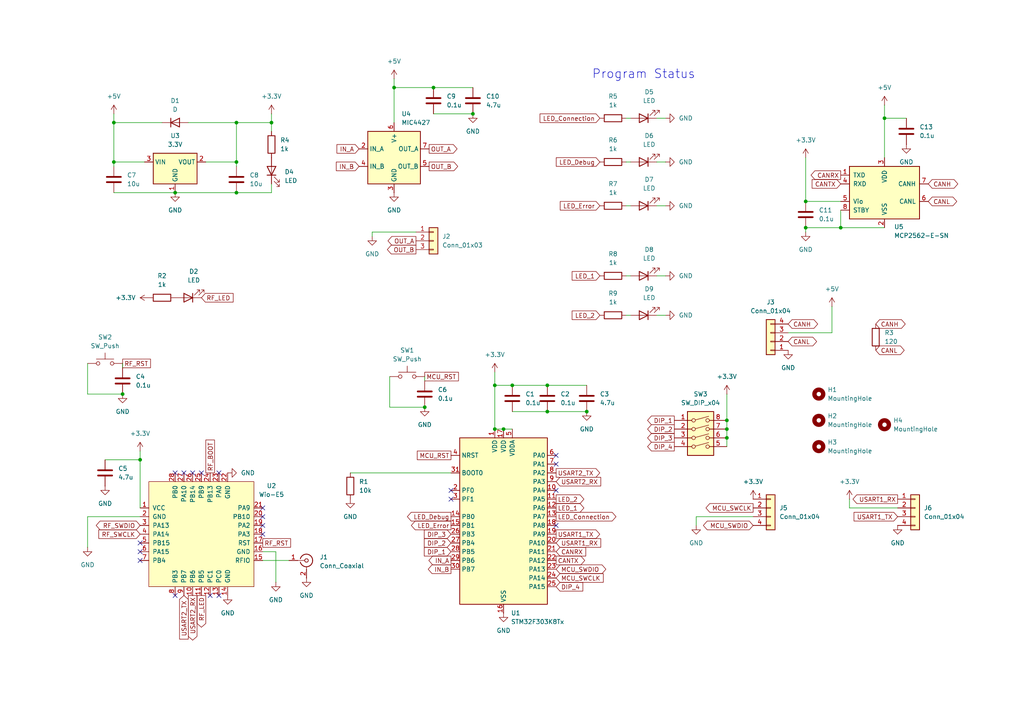
<source format=kicad_sch>
(kicad_sch (version 20250114) (generator "eeschema") (generator_version "9.0")
  (paper "A4")
  (lib_symbols
    (symbol "Connector:Conn_Coaxial" (pin_names (offset 1.016) (hide yes))
      (property "Reference" "J" (at 0.254 3.048 0))
      (property "Value" "Conn_Coaxial" (at 2.921 0 90))
      (symbol "Conn_Coaxial_0_1"
        (polyline (pts (xy -2.54 0) (xy -0.508 0)))
        (arc (start 1.778 0) (mid 0.222 -1.8079) (end -1.778 -0.508) (stroke (width 0.254)))
        (arc (start -1.778 0.508) (mid 0.2221 1.8084) (end 1.778 0) (stroke (width 0.254)))
        (circle (center 0 0) (radius 0.508) (stroke (width 0.2032)))
        (polyline (pts (xy 0 -2.54) (xy 0 -1.778)))
      )
      (symbol "Conn_Coaxial_1_1"
        (pin passive line (at -5.08 0 0) (length 2.54) (name "In") (number "1"))
        (pin passive line (at 0 -5.08 90) (length 2.54) (name "Ext") (number "2"))
      )
    )
    (symbol "Connector_Generic:Conn_01x03" (pin_names (offset 1.016) (hide yes))
      (property "Reference" "J" (at 0 5.08 0))
      (property "Value" "Conn_01x03" (at 0 -5.08 0))
      (symbol "Conn_01x03_1_1"
        (rectangle (start -1.27 3.81) (end 1.27 -3.81) (stroke (width 0.254)) (fill (type background)))
        (rectangle (start -1.27 2.667) (end 0 2.413) (stroke (width 0.1524)))
        (rectangle (start -1.27 0.127) (end 0 -0.127) (stroke (width 0.1524)))
        (rectangle (start -1.27 -2.413) (end 0 -2.667) (stroke (width 0.1524)))
        (pin passive line (at -5.08 2.54 0) (length 3.81) (name "Pin_1") (number "1"))
        (pin passive line (at -5.08 0 0) (length 3.81) (name "Pin_2") (number "2"))
        (pin passive line (at -5.08 -2.54 0) (length 3.81) (name "Pin_3") (number "3"))
      )
    )
    (symbol "Connector_Generic:Conn_01x04" (pin_names (offset 1.016) (hide yes))
      (property "Reference" "J" (at 0 5.08 0))
      (property "Value" "Conn_01x04" (at 0 -7.62 0))
      (symbol "Conn_01x04_1_1"
        (rectangle (start -1.27 3.81) (end 1.27 -6.35) (stroke (width 0.254)) (fill (type background)))
        (rectangle (start -1.27 2.667) (end 0 2.413) (stroke (width 0.1524)))
        (rectangle (start -1.27 0.127) (end 0 -0.127) (stroke (width 0.1524)))
        (rectangle (start -1.27 -2.413) (end 0 -2.667) (stroke (width 0.1524)))
        (rectangle (start -1.27 -4.953) (end 0 -5.207) (stroke (width 0.1524)))
        (pin passive line (at -5.08 2.54 0) (length 3.81) (name "Pin_1") (number "1"))
        (pin passive line (at -5.08 0 0) (length 3.81) (name "Pin_2") (number "2"))
        (pin passive line (at -5.08 -2.54 0) (length 3.81) (name "Pin_3") (number "3"))
        (pin passive line (at -5.08 -5.08 0) (length 3.81) (name "Pin_4") (number "4"))
      )
    )
    (symbol "Device:C" (pin_numbers (hide yes)) (pin_names (offset 0.254))
      (property "Reference" "C" (at 0.635 2.54 0))
      (property "Value" "C" (at 0.635 -2.54 0))
      (symbol "C_0_1"
        (polyline (pts (xy -2.032 0.762) (xy 2.032 0.762)) (stroke (width 0.508)))
        (polyline (pts (xy -2.032 -0.762) (xy 2.032 -0.762)) (stroke (width 0.508)))
      )
      (symbol "C_1_1"
        (pin passive line (at 0 3.81 270) (length 2.794) (name "~") (number "1"))
        (pin passive line (at 0 -3.81 90) (length 2.794) (name "~") (number "2"))
      )
    )
    (symbol "Device:D" (pin_numbers (hide yes)) (pin_names (offset 1.016) (hide yes))
      (property "Reference" "D" (at 0 2.54 0))
      (property "Value" "D" (at 0 -2.54 0))
      (symbol "D_0_1"
        (polyline (pts (xy -1.27 1.27) (xy -1.27 -1.27)) (stroke (width 0.254)))
        (polyline (pts (xy 1.27 1.27) (xy 1.27 -1.27) (xy -1.27 0) (xy 1.27 1.27)) (stroke (width 0.254)))
        (polyline (pts (xy 1.27 0) (xy -1.27 0)))
      )
      (symbol "D_1_1"
        (pin passive line (at -3.81 0 0) (length 2.54) (name "K") (number "1"))
        (pin passive line (at 3.81 0 180) (length 2.54) (name "A") (number "2"))
      )
    )
    (symbol "Device:LED" (pin_numbers (hide yes)) (pin_names (offset 1.016) (hide yes))
      (property "Reference" "D" (at 0 2.54 0))
      (property "Value" "LED" (at 0 -2.54 0))
      (symbol "LED_0_1"
        (polyline (pts (xy -3.048 -0.762) (xy -4.572 -2.286) (xy -3.81 -2.286) (xy -4.572 -2.286) (xy -4.572 -1.524)))
        (polyline (pts (xy -1.778 -0.762) (xy -3.302 -2.286) (xy -2.54 -2.286) (xy -3.302 -2.286) (xy -3.302 -1.524)))
        (polyline (pts (xy -1.27 0) (xy 1.27 0)))
        (polyline (pts (xy -1.27 -1.27) (xy -1.27 1.27)) (stroke (width 0.254)))
        (polyline (pts (xy 1.27 -1.27) (xy 1.27 1.27) (xy -1.27 0) (xy 1.27 -1.27)) (stroke (width 0.254)))
      )
      (symbol "LED_1_1"
        (pin passive line (at -3.81 0 0) (length 2.54) (name "K") (number "1"))
        (pin passive line (at 3.81 0 180) (length 2.54) (name "A") (number "2"))
      )
    )
    (symbol "Device:R" (pin_numbers (hide yes)) (pin_names (offset 0))
      (property "Reference" "R" (at 2.032 0 90))
      (property "Value" "R" (at 0 0 90))
      (symbol "R_0_1"
        (rectangle (start -1.016 -2.54) (end 1.016 2.54) (stroke (width 0.254)))
      )
      (symbol "R_1_1"
        (pin passive line (at 0 3.81 270) (length 1.27) (name "~") (number "1"))
        (pin passive line (at 0 -3.81 90) (length 1.27) (name "~") (number "2"))
      )
    )
    (symbol "Driver_FET:MIC4427"
      (property "Reference" "U" (at -7.62 8.89 0))
      (property "Value" "MIC4427" (at 1.27 8.89 0))
      (symbol "MIC4427_0_1"
        (rectangle (start -7.62 -7.62) (end 7.62 7.62) (stroke (width 0.254)) (fill (type background)))
      )
      (symbol "MIC4427_1_1"
        (pin input line (at -10.16 2.54 0) (length 2.54) (name "IN_A") (number "2"))
        (pin input line (at -10.16 -2.54 0) (length 2.54) (name "IN_B") (number "4"))
        (pin no_connect line (at -7.62 0 0) (length 2.54) (hide yes) (name "NC") (number "1"))
        (pin power_in line (at 0 10.16 270) (length 2.54) (name "V+") (number "6"))
        (pin power_in line (at 0 -10.16 90) (length 2.54) (name "GND") (number "3"))
        (pin no_connect line (at 7.62 0 180) (length 2.54) (hide yes) (name "NC") (number "8"))
        (pin output line (at 10.16 2.54 180) (length 2.54) (name "OUT_A") (number "7"))
        (pin output line (at 10.16 -2.54 180) (length 2.54) (name "OUT_B") (number "5"))
      )
    )
    (symbol "GN10_Parts:TPS1117LV33S"
      (property "Reference" "U" (at 0 6.096 0))
      (property "Value" "3.3V" (at 0 0 0))
      (symbol "TPS1117LV33S_1_1"
        (rectangle (start -6.35 5.08) (end 6.35 -3.81) (stroke (width 0.254)) (fill (type background)))
        (pin power_in line (at -8.89 2.54 0) (length 2.54) (name "VIN") (number "3"))
        (pin power_in line (at 0 -6.35 90) (length 2.54) (name "GND") (number "1"))
        (pin power_out line (at 8.89 2.54 180) (length 2.54) (name "VOUT") (number "2"))
      )
    )
    (symbol "Interface_CAN_LIN:MCP2562-E-SN" (pin_names (offset 1.016))
      (property "Reference" "U" (at -10.16 8.89 0))
      (property "Value" "MCP2562-E-SN" (at 2.54 8.89 0))
      (symbol "MCP2562-E-SN_0_1"
        (rectangle (start -10.16 7.62) (end 10.16 -7.62) (stroke (width 0.254)) (fill (type background)))
      )
      (symbol "MCP2562-E-SN_1_1"
        (pin input line (at -12.7 5.08 0) (length 2.54) (name "TXD") (number "1"))
        (pin output line (at -12.7 2.54 0) (length 2.54) (name "RXD") (number "4"))
        (pin power_in line (at -12.7 -2.54 0) (length 2.54) (name "Vio") (number "5"))
        (pin input line (at -12.7 -5.08 0) (length 2.54) (name "STBY") (number "8"))
        (pin power_in line (at 0 10.16 270) (length 2.54) (name "VDD") (number "3"))
        (pin power_in line (at 0 -10.16 90) (length 2.54) (name "VSS") (number "2"))
        (pin bidirectional line (at 12.7 2.54 180) (length 2.54) (name "CANH") (number "7"))
        (pin bidirectional line (at 12.7 -2.54 180) (length 2.54) (name "CANL") (number "6"))
      )
    )
    (symbol "LED_1" (pin_numbers (hide yes)) (pin_names (offset 1.016) (hide yes))
      (property "Reference" "D" (at 0 2.54 0))
      (property "Value" "LED" (at 0 -2.54 0))
      (symbol "LED_1_0_1"
        (polyline (pts (xy -3.048 -0.762) (xy -4.572 -2.286) (xy -3.81 -2.286) (xy -4.572 -2.286) (xy -4.572 -1.524)))
        (polyline (pts (xy -1.778 -0.762) (xy -3.302 -2.286) (xy -2.54 -2.286) (xy -3.302 -2.286) (xy -3.302 -1.524)))
        (polyline (pts (xy -1.27 0) (xy 1.27 0)))
        (polyline (pts (xy -1.27 -1.27) (xy -1.27 1.27)) (stroke (width 0.254)))
        (polyline (pts (xy 1.27 -1.27) (xy 1.27 1.27) (xy -1.27 0) (xy 1.27 -1.27)) (stroke (width 0.254)))
      )
      (symbol "LED_1_1_1"
        (pin passive line (at -3.81 0 0) (length 2.54) (name "K") (number "1"))
        (pin passive line (at 3.81 0 180) (length 2.54) (name "A") (number "2"))
      )
    )
    (symbol "LoRa-E5:LoRa-E5" (pin_names (offset 1.016))
      (property "Reference" "U" (at 0 0 0))
      (property "Value" "LoRa-E5" (at 0 2.54 0))
      (symbol "LoRa-E5_0_1"
        (rectangle (start -15.24 15.24) (end 15.24 -15.24) (fill (type background)))
      )
      (symbol "LoRa-E5_1_1"
        (pin input line (at -17.78 7.62 0) (length 2.54) (name "VCC") (number "1"))
        (pin input line (at -17.78 5.08 0) (length 2.54) (name "GND") (number "2"))
        (pin input line (at -17.78 2.54 0) (length 2.54) (name "PA13") (number "3"))
        (pin input line (at -17.78 0 0) (length 2.54) (name "PA14") (number "4"))
        (pin input line (at -17.78 -2.54 0) (length 2.54) (name "PB15") (number "5"))
        (pin input line (at -17.78 -5.08 0) (length 2.54) (name "PA15") (number "6"))
        (pin input line (at -17.78 -7.62 0) (length 2.54) (name "PB4") (number "7"))
        (pin input line (at -7.62 17.78 270) (length 2.54) (name "PB0") (number "28"))
        (pin input line (at -7.62 -17.78 90) (length 2.54) (name "PB3") (number "8"))
        (pin input line (at -5.08 17.78 270) (length 2.54) (name "PA10") (number "27"))
        (pin input line (at -5.08 -17.78 90) (length 2.54) (name "PB7") (number "9"))
        (pin input line (at -2.54 17.78 270) (length 2.54) (name "PB14") (number "26"))
        (pin input line (at -2.54 -17.78 90) (length 2.54) (name "PB6") (number "10"))
        (pin input line (at 0 17.78 270) (length 2.54) (name "PB9") (number "25"))
        (pin input line (at 0 -17.78 90) (length 2.54) (name "PB5") (number "11"))
        (pin input line (at 2.54 17.78 270) (length 2.54) (name "PB13~{}") (number "24"))
        (pin input line (at 2.54 -17.78 90) (length 2.54) (name "PC1") (number "12"))
        (pin input line (at 5.08 17.78 270) (length 2.54) (name "PA0") (number "23"))
        (pin input line (at 5.08 -17.78 90) (length 2.54) (name "PC0") (number "13"))
        (pin input line (at 7.62 17.78 270) (length 2.54) (name "GND") (number "22"))
        (pin input line (at 7.62 -17.78 90) (length 2.54) (name "GND") (number "14"))
        (pin input line (at 17.78 7.62 180) (length 2.54) (name "PA9") (number "21"))
        (pin input line (at 17.78 5.08 180) (length 2.54) (name "PB10") (number "20"))
        (pin input line (at 17.78 2.54 180) (length 2.54) (name "PA2") (number "19"))
        (pin input line (at 17.78 0 180) (length 2.54) (name "PA3") (number "18"))
        (pin input line (at 17.78 -2.54 180) (length 2.54) (name "RST") (number "17"))
        (pin input line (at 17.78 -5.08 180) (length 2.54) (name "GND") (number "16"))
        (pin input line (at 17.78 -7.62 180) (length 2.54) (name "RFIO") (number "15"))
      )
    )
    (symbol "MCU_ST_STM32F3:STM32F303K8Tx"
      (property "Reference" "U" (at -12.7 26.67 0))
      (property "Value" "STM32F303K8Tx" (at 5.08 26.67 0))
      (symbol "STM32F303K8Tx_0_1"
        (rectangle (start -12.7 -22.86) (end 12.7 25.4) (stroke (width 0.254)) (fill (type background)))
      )
      (symbol "STM32F303K8Tx_1_1"
        (pin input line (at -15.24 20.32 0) (length 2.54) (name "NRST") (number "4"))
        (pin input line (at -15.24 15.24 0) (length 2.54) (name "BOOT0") (number "31"))
        (pin bidirectional line (at -15.24 10.16 0) (length 2.54) (name "PF0") (number "2"))
        (pin bidirectional line (at -15.24 7.62 0) (length 2.54) (name "PF1") (number "3"))
        (pin bidirectional line (at -15.24 2.54 0) (length 2.54) (name "PB0") (number "14"))
        (pin bidirectional line (at -15.24 0 0) (length 2.54) (name "PB1") (number "15"))
        (pin bidirectional line (at -15.24 -2.54 0) (length 2.54) (name "PB3") (number "26"))
        (pin bidirectional line (at -15.24 -5.08 0) (length 2.54) (name "PB4") (number "27"))
        (pin bidirectional line (at -15.24 -7.62 0) (length 2.54) (name "PB5") (number "28"))
        (pin bidirectional line (at -15.24 -10.16 0) (length 2.54) (name "PB6") (number "29"))
        (pin bidirectional line (at -15.24 -12.7 0) (length 2.54) (name "PB7") (number "30"))
        (pin power_in line (at -2.54 27.94 270) (length 2.54) (name "VDD") (number "1"))
        (pin power_in line (at 0 27.94 270) (length 2.54) (name "VDD") (number "17"))
        (pin power_in line (at 0 -25.4 90) (length 2.54) (name "VSS") (number "16"))
        (pin passive line (at 0 -25.4 90) (length 2.54) (hide yes) (name "VSS") (number "32"))
        (pin power_in line (at 2.54 27.94 270) (length 2.54) (name "VDDA") (number "5"))
        (pin bidirectional line (at 15.24 20.32 180) (length 2.54) (name "PA0") (number "6"))
        (pin bidirectional line (at 15.24 17.78 180) (length 2.54) (name "PA1") (number "7"))
        (pin bidirectional line (at 15.24 15.24 180) (length 2.54) (name "PA2") (number "8"))
        (pin bidirectional line (at 15.24 12.7 180) (length 2.54) (name "PA3") (number "9"))
        (pin bidirectional line (at 15.24 10.16 180) (length 2.54) (name "PA4") (number "10"))
        (pin bidirectional line (at 15.24 7.62 180) (length 2.54) (name "PA5") (number "11"))
        (pin bidirectional line (at 15.24 5.08 180) (length 2.54) (name "PA6") (number "12"))
        (pin bidirectional line (at 15.24 2.54 180) (length 2.54) (name "PA7") (number "13"))
        (pin bidirectional line (at 15.24 0 180) (length 2.54) (name "PA8") (number "18"))
        (pin bidirectional line (at 15.24 -2.54 180) (length 2.54) (name "PA9") (number "19"))
        (pin bidirectional line (at 15.24 -5.08 180) (length 2.54) (name "PA10") (number "20"))
        (pin bidirectional line (at 15.24 -7.62 180) (length 2.54) (name "PA11") (number "21"))
        (pin bidirectional line (at 15.24 -10.16 180) (length 2.54) (name "PA12") (number "22"))
        (pin bidirectional line (at 15.24 -12.7 180) (length 2.54) (name "PA13") (number "23"))
        (pin bidirectional line (at 15.24 -15.24 180) (length 2.54) (name "PA14") (number "24"))
        (pin bidirectional line (at 15.24 -17.78 180) (length 2.54) (name "PA15") (number "25"))
      )
    )
    (symbol "Mechanical:MountingHole" (pin_names (offset 1.016)) (exclude_from_sim yes) (in_bom no)
      (property "Reference" "H" (at 0 5.08 0))
      (property "Value" "MountingHole" (at 0 3.175 0))
      (symbol "MountingHole_0_1"
        (circle (center 0 0) (radius 1.27) (stroke (width 1.27)))
      )
    )
    (symbol "Switch:SW_DIP_x04" (pin_names (offset 0) (hide yes))
      (property "Reference" "SW" (at 0 8.89 0))
      (property "Value" "SW_DIP_x04" (at 0 -6.35 0))
      (symbol "SW_DIP_x04_0_0"
        (circle (center -2.032 5.08) (radius 0.508))
        (circle (center -2.032 2.54) (radius 0.508))
        (circle (center -2.032 0) (radius 0.508))
        (circle (center -2.032 -2.54) (radius 0.508))
        (polyline (pts (xy -1.524 5.207) (xy 2.3622 6.2484)))
        (polyline (pts (xy -1.524 2.667) (xy 2.3622 3.7084)))
        (polyline (pts (xy -1.524 0.127) (xy 2.3622 1.1684)))
        (polyline (pts (xy -1.524 -2.3876) (xy 2.3622 -1.3462)))
        (circle (center 2.032 5.08) (radius 0.508))
        (circle (center 2.032 2.54) (radius 0.508))
        (circle (center 2.032 0) (radius 0.508))
        (circle (center 2.032 -2.54) (radius 0.508))
      )
      (symbol "SW_DIP_x04_0_1"
        (rectangle (start -3.81 7.62) (end 3.81 -5.08) (stroke (width 0.254)) (fill (type background)))
      )
      (symbol "SW_DIP_x04_1_1"
        (pin passive line (at -7.62 5.08 0) (length 5.08) (name "~") (number "1"))
        (pin passive line (at -7.62 2.54 0) (length 5.08) (name "~") (number "2"))
        (pin passive line (at -7.62 0 0) (length 5.08) (name "~") (number "3"))
        (pin passive line (at -7.62 -2.54 0) (length 5.08) (name "~") (number "4"))
        (pin passive line (at 7.62 5.08 180) (length 5.08) (name "~") (number "8"))
        (pin passive line (at 7.62 2.54 180) (length 5.08) (name "~") (number "7"))
        (pin passive line (at 7.62 0 180) (length 5.08) (name "~") (number "6"))
        (pin passive line (at 7.62 -2.54 180) (length 5.08) (name "~") (number "5"))
      )
    )
    (symbol "Switch:SW_Push" (pin_numbers (hide yes)) (pin_names (offset 1.016) (hide yes))
      (property "Reference" "SW" (at 1.27 2.54 0))
      (property "Value" "SW_Push" (at 0 -1.524 0))
      (symbol "SW_Push_0_1"
        (circle (center -2.032 0) (radius 0.508))
        (polyline (pts (xy 0 1.27) (xy 0 3.048)))
        (circle (center 2.032 0) (radius 0.508))
        (polyline (pts (xy 2.54 1.27) (xy -2.54 1.27)))
        (pin passive line (at -5.08 0 0) (length 2.54) (name "1") (number "1"))
        (pin passive line (at 5.08 0 180) (length 2.54) (name "2") (number "2"))
      )
    )
    (symbol "power:+3.3V" (power) (pin_numbers (hide yes)) (pin_names (offset 0) (hide yes))
      (property "Value" "+3.3V" (at 0 3.556 0))
      (symbol "+3.3V_0_1"
        (polyline (pts (xy -0.762 1.27) (xy 0 2.54)))
        (polyline (pts (xy 0 2.54) (xy 0.762 1.27)))
        (polyline (pts (xy 0 0) (xy 0 2.54)))
      )
      (symbol "+3.3V_1_1"
        (pin power_in line (at 0 0 90) (length 0) (name "~") (number "1"))
      )
    )
    (symbol "power:+5V" (power) (pin_numbers (hide yes)) (pin_names (offset 0) (hide yes))
      (property "Value" "+5V" (at 0 3.556 0))
      (symbol "+5V_0_1"
        (polyline (pts (xy -0.762 1.27) (xy 0 2.54)))
        (polyline (pts (xy 0 2.54) (xy 0.762 1.27)))
        (polyline (pts (xy 0 0) (xy 0 2.54)))
      )
      (symbol "+5V_1_1"
        (pin power_in line (at 0 0 90) (length 0) (name "~") (number "1"))
      )
    )
    (symbol "power:GND" (power) (pin_numbers (hide yes)) (pin_names (offset 0) (hide yes))
      (property "Value" "GND" (at 0 -3.81 0))
      (symbol "GND_0_1"
        (polyline (pts (xy 0 0) (xy 0 -1.27) (xy 1.27 -1.27) (xy 0 -2.54) (xy -1.27 -1.27) (xy 0 -1.27)))
      )
      (symbol "GND_1_1"
        (pin power_in line (at 0 0 270) (length 0) (name "~") (number "1"))
      )
    )
  )
  (text "Program Status" (at 186.69 21.59 0) (effects (font (size 2.54 2.54))))
  (junction (at 114.3 25.4))
  (junction (at 33.02 46.99))
  (junction (at 68.58 46.99))
  (junction (at 233.68 66.04))
  (junction (at 146.05 124.46))
  (junction (at 125.73 25.4))
  (junction (at 123.19 118.11))
  (junction (at 210.82 121.92))
  (junction (at 210.82 127))
  (junction (at 68.58 35.56))
  (junction (at 158.75 119.38))
  (junction (at 158.75 111.76))
  (junction (at 233.68 58.42))
  (junction (at 143.51 124.46))
  (junction (at 170.18 119.38))
  (junction (at 256.54 34.29))
  (junction (at 137.16 33.02))
  (junction (at 143.51 111.76))
  (junction (at 148.59 111.76))
  (junction (at 210.82 124.46))
  (junction (at 35.56 114.3))
  (junction (at 33.02 35.56))
  (junction (at 78.74 35.56))
  (junction (at 243.84 66.04))
  (junction (at 50.8 55.88))
  (junction (at 40.64 133.35))
  (junction (at 68.58 55.88))
  (no_connect (at 53.34 137.16))
  (no_connect (at 76.2 154.94))
  (no_connect (at 63.5 172.72))
  (no_connect (at 55.88 137.16))
  (no_connect (at 63.5 137.16))
  (no_connect (at 40.64 162.56))
  (no_connect (at 58.42 137.16))
  (no_connect (at 76.2 149.86))
  (no_connect (at 130.81 142.24))
  (no_connect (at 50.8 172.72))
  (no_connect (at 76.2 152.4))
  (no_connect (at 40.64 157.48))
  (no_connect (at 40.64 160.02))
  (no_connect (at 76.2 147.32))
  (no_connect (at 161.29 134.62))
  (no_connect (at 60.96 172.72))
  (no_connect (at 50.8 137.16))
  (no_connect (at 130.81 144.78))
  (no_connect (at 161.29 132.08))
  (no_connect (at 161.29 142.24))
  (no_connect (at 161.29 152.4))
  (wire (pts (xy 78.74 53.34) (xy 78.74 55.88)))
  (wire (pts (xy 35.56 106.68) (xy 35.56 105.41)))
  (wire (pts (xy 25.4 149.86) (xy 40.64 149.86)))
  (wire (pts (xy 256.54 34.29) (xy 262.89 34.29)))
  (wire (pts (xy 181.61 91.44) (xy 182.88 91.44)))
  (wire (pts (xy 256.54 30.48) (xy 256.54 34.29)))
  (wire (pts (xy 210.82 114.3) (xy 210.82 121.92)))
  (wire (pts (xy 78.74 35.56) (xy 68.58 35.56)))
  (wire (pts (xy 158.75 119.38) (xy 170.18 119.38)))
  (wire (pts (xy 218.44 149.86) (xy 201.93 149.86)))
  (wire (pts (xy 76.2 162.56) (xy 83.82 162.56)))
  (wire (pts (xy 233.68 45.72) (xy 233.68 58.42)))
  (wire (pts (xy 68.58 35.56) (xy 68.58 46.99)))
  (wire (pts (xy 25.4 105.41) (xy 25.4 114.3)))
  (wire (pts (xy 114.3 22.86) (xy 114.3 25.4)))
  (wire (pts (xy 181.61 46.99) (xy 182.88 46.99)))
  (wire (pts (xy 190.5 34.29) (xy 193.04 34.29)))
  (wire (pts (xy 123.19 110.49) (xy 123.19 109.22)))
  (wire (pts (xy 243.84 66.04) (xy 256.54 66.04)))
  (wire (pts (xy 33.02 33.02) (xy 33.02 35.56)))
  (wire (pts (xy 101.6 137.16) (xy 130.81 137.16)))
  (wire (pts (xy 33.02 35.56) (xy 33.02 46.99)))
  (wire (pts (xy 148.59 111.76) (xy 143.51 111.76)))
  (wire (pts (xy 59.69 46.99) (xy 68.58 46.99)))
  (wire (pts (xy 210.82 124.46) (xy 210.82 127)))
  (wire (pts (xy 143.51 111.76) (xy 143.51 124.46)))
  (wire (pts (xy 181.61 80.01) (xy 182.88 80.01)))
  (wire (pts (xy 25.4 114.3) (xy 35.56 114.3)))
  (wire (pts (xy 256.54 34.29) (xy 256.54 45.72)))
  (wire (pts (xy 80.01 160.02) (xy 76.2 160.02)))
  (wire (pts (xy 233.68 66.04) (xy 243.84 66.04)))
  (wire (pts (xy 246.38 147.32) (xy 260.35 147.32)))
  (wire (pts (xy 78.74 55.88) (xy 68.58 55.88)))
  (wire (pts (xy 125.73 33.02) (xy 137.16 33.02)))
  (wire (pts (xy 201.93 149.86) (xy 201.93 152.4)))
  (wire (pts (xy 25.4 158.75) (xy 25.4 149.86)))
  (wire (pts (xy 50.8 55.88) (xy 68.58 55.88)))
  (wire (pts (xy 143.51 107.95) (xy 143.51 111.76)))
  (wire (pts (xy 158.75 111.76) (xy 148.59 111.76)))
  (wire (pts (xy 158.75 111.76) (xy 170.18 111.76)))
  (wire (pts (xy 190.5 80.01) (xy 193.04 80.01)))
  (wire (pts (xy 243.84 60.96) (xy 243.84 66.04)))
  (wire (pts (xy 210.82 127) (xy 210.82 129.54)))
  (wire (pts (xy 78.74 38.1) (xy 78.74 35.56)))
  (wire (pts (xy 40.64 130.81) (xy 40.64 133.35)))
  (wire (pts (xy 78.74 33.02) (xy 78.74 35.56)))
  (wire (pts (xy 246.38 144.78) (xy 246.38 147.32)))
  (wire (pts (xy 146.05 124.46) (xy 148.59 124.46)))
  (wire (pts (xy 114.3 25.4) (xy 125.73 25.4)))
  (wire (pts (xy 190.5 59.69) (xy 193.04 59.69)))
  (wire (pts (xy 148.59 119.38) (xy 158.75 119.38)))
  (wire (pts (xy 137.16 25.4) (xy 125.73 25.4)))
  (wire (pts (xy 33.02 55.88) (xy 50.8 55.88)))
  (wire (pts (xy 114.3 25.4) (xy 114.3 35.56)))
  (wire (pts (xy 113.03 109.22) (xy 113.03 118.11)))
  (wire (pts (xy 233.68 66.04) (xy 233.68 67.31)))
  (wire (pts (xy 113.03 118.11) (xy 123.19 118.11)))
  (wire (pts (xy 241.3 96.52) (xy 228.6 96.52)))
  (wire (pts (xy 68.58 46.99) (xy 68.58 48.26)))
  (wire (pts (xy 241.3 88.9) (xy 241.3 96.52)))
  (wire (pts (xy 210.82 121.92) (xy 210.82 124.46)))
  (wire (pts (xy 190.5 91.44) (xy 193.04 91.44)))
  (wire (pts (xy 54.61 35.56) (xy 68.58 35.56)))
  (wire (pts (xy 143.51 124.46) (xy 146.05 124.46)))
  (wire (pts (xy 33.02 46.99) (xy 33.02 48.26)))
  (wire (pts (xy 190.5 46.99) (xy 193.04 46.99)))
  (wire (pts (xy 30.48 133.35) (xy 40.64 133.35)))
  (wire (pts (xy 233.68 58.42) (xy 243.84 58.42)))
  (wire (pts (xy 33.02 35.56) (xy 46.99 35.56)))
  (wire (pts (xy 80.01 160.02) (xy 80.01 168.91)))
  (wire (pts (xy 107.95 67.31) (xy 120.65 67.31)))
  (wire (pts (xy 181.61 59.69) (xy 182.88 59.69)))
  (wire (pts (xy 107.95 68.58) (xy 107.95 67.31)))
  (wire (pts (xy 40.64 133.35) (xy 40.64 147.32)))
  (wire (pts (xy 181.61 34.29) (xy 182.88 34.29)))
  (wire (pts (xy 33.02 46.99) (xy 41.91 46.99)))
  (global_label "OUT_A" (shape output) (at 124.46 43.18 0) (property "Intersheetrefs" "${INTERSHEET_REFS}" (effects (hide yes))))
  (global_label "CANRX" (shape output) (at 243.84 50.8 180) (property "Intersheetrefs" "${INTERSHEET_REFS}" (effects (hide yes))))
  (global_label "CANTX" (shape output) (at 161.29 162.56 0) (property "Intersheetrefs" "${INTERSHEET_REFS}" (effects (hide yes))))
  (global_label "CANH" (shape bidirectional) (at 228.6 93.98 0) (property "Intersheetrefs" "${INTERSHEET_REFS}" (effects (hide yes))))
  (global_label "CANH" (shape bidirectional) (at 254 93.98 0) (property "Intersheetrefs" "${INTERSHEET_REFS}" (effects (hide yes))))
  (global_label "IN_A" (shape input) (at 104.14 43.18 180) (property "Intersheetrefs" "${INTERSHEET_REFS}" (effects (hide yes))))
  (global_label "LED_Error" (shape output) (at 130.81 152.4 180) (property "Intersheetrefs" "${INTERSHEET_REFS}" (effects (hide yes))))
  (global_label "CANL" (shape bidirectional) (at 228.6 99.06 0) (property "Intersheetrefs" "${INTERSHEET_REFS}" (effects (hide yes))))
  (global_label "LED_Connection" (shape output) (at 161.29 149.86 0) (property "Intersheetrefs" "${INTERSHEET_REFS}" (effects (hide yes))))
  (global_label "RF_RST" (shape passive) (at 35.56 105.41 0) (property "Intersheetrefs" "${INTERSHEET_REFS}" (effects (hide yes))))
  (global_label "RF_BOOT" (shape passive) (at 60.96 137.16 90) (property "Intersheetrefs" "${INTERSHEET_REFS}" (effects (hide yes))))
  (global_label "CANTX" (shape input) (at 243.84 53.34 180) (property "Intersheetrefs" "${INTERSHEET_REFS}" (effects (hide yes))))
  (global_label "IN_A" (shape output) (at 130.81 162.56 180) (property "Intersheetrefs" "${INTERSHEET_REFS}" (effects (hide yes))))
  (global_label "MCU_SWDIO" (shape bidirectional) (at 161.29 165.1 0) (property "Intersheetrefs" "${INTERSHEET_REFS}" (effects (hide yes))))
  (global_label "RF_LED" (shape output) (at 58.42 172.72 270) (property "Intersheetrefs" "${INTERSHEET_REFS}" (effects (hide yes))))
  (global_label "LED_Debug" (shape output) (at 130.81 149.86 180) (property "Intersheetrefs" "${INTERSHEET_REFS}" (effects (hide yes))))
  (global_label "CANL" (shape bidirectional) (at 254 101.6 0) (property "Intersheetrefs" "${INTERSHEET_REFS}" (effects (hide yes))))
  (global_label "USART1_RX" (shape output) (at 260.35 144.78 180) (property "Intersheetrefs" "${INTERSHEET_REFS}" (effects (hide yes))))
  (global_label "USART2_RX" (shape output) (at 55.88 172.72 270) (property "Intersheetrefs" "${INTERSHEET_REFS}" (effects (hide yes))))
  (global_label "DIP_2" (shape output) (at 195.58 124.46 180) (property "Intersheetrefs" "${INTERSHEET_REFS}" (effects (hide yes))))
  (global_label "CANL" (shape bidirectional) (at 269.24 58.42 0) (property "Intersheetrefs" "${INTERSHEET_REFS}" (effects (hide yes))))
  (global_label "OUT_A" (shape output) (at 120.65 69.85 180) (property "Intersheetrefs" "${INTERSHEET_REFS}" (effects (hide yes))))
  (global_label "DIP_4" (shape input) (at 161.29 170.18 0) (property "Intersheetrefs" "${INTERSHEET_REFS}" (effects (hide yes))))
  (global_label "USART1_RX" (shape input) (at 161.29 157.48 0) (property "Intersheetrefs" "${INTERSHEET_REFS}" (effects (hide yes))))
  (global_label "CANH" (shape bidirectional) (at 269.24 53.34 0) (property "Intersheetrefs" "${INTERSHEET_REFS}" (effects (hide yes))))
  (global_label "USART1_TX" (shape output) (at 161.29 154.94 0) (property "Intersheetrefs" "${INTERSHEET_REFS}" (effects (hide yes))))
  (global_label "IN_B" (shape input) (at 104.14 48.26 180) (property "Intersheetrefs" "${INTERSHEET_REFS}" (effects (hide yes))))
  (global_label "LED_2" (shape input) (at 173.99 91.44 180) (property "Intersheetrefs" "${INTERSHEET_REFS}" (effects (hide yes))))
  (global_label "MCU_RST" (shape passive) (at 123.19 109.22 0) (property "Intersheetrefs" "${INTERSHEET_REFS}" (effects (hide yes))))
  (global_label "CANRX" (shape input) (at 161.29 160.02 0) (property "Intersheetrefs" "${INTERSHEET_REFS}" (effects (hide yes))))
  (global_label "LED_1" (shape input) (at 173.99 80.01 180) (property "Intersheetrefs" "${INTERSHEET_REFS}" (effects (hide yes))))
  (global_label "USART1_TX" (shape input) (at 260.35 149.86 180) (property "Intersheetrefs" "${INTERSHEET_REFS}" (effects (hide yes))))
  (global_label "LED_1" (shape output) (at 161.29 147.32 0) (property "Intersheetrefs" "${INTERSHEET_REFS}" (effects (hide yes))))
  (global_label "MCU_RST" (shape passive) (at 130.81 132.08 180) (property "Intersheetrefs" "${INTERSHEET_REFS}" (effects (hide yes))))
  (global_label "RF_LED" (shape input) (at 58.42 86.36 0) (property "Intersheetrefs" "${INTERSHEET_REFS}" (effects (hide yes))))
  (global_label "MCU_SWCLK" (shape output) (at 218.44 147.32 180) (property "Intersheetrefs" "${INTERSHEET_REFS}" (effects (hide yes))))
  (global_label "MCU_SWDIO" (shape bidirectional) (at 218.44 152.4 180) (property "Intersheetrefs" "${INTERSHEET_REFS}" (effects (hide yes))))
  (global_label "OUT_B" (shape output) (at 120.65 72.39 180) (property "Intersheetrefs" "${INTERSHEET_REFS}" (effects (hide yes))))
  (global_label "USART2_TX" (shape input) (at 53.34 172.72 270) (property "Intersheetrefs" "${INTERSHEET_REFS}" (effects (hide yes))))
  (global_label "DIP_1" (shape input) (at 130.81 160.02 180) (property "Intersheetrefs" "${INTERSHEET_REFS}" (effects (hide yes))))
  (global_label "DIP_3" (shape output) (at 195.58 127 180) (property "Intersheetrefs" "${INTERSHEET_REFS}" (effects (hide yes))))
  (global_label "IN_B" (shape output) (at 130.81 165.1 180) (property "Intersheetrefs" "${INTERSHEET_REFS}" (effects (hide yes))))
  (global_label "RF_SWCLK" (shape input) (at 40.64 154.94 180) (property "Intersheetrefs" "${INTERSHEET_REFS}" (effects (hide yes))))
  (global_label "RF_RST" (shape passive) (at 76.2 157.48 0) (property "Intersheetrefs" "${INTERSHEET_REFS}" (effects (hide yes))))
  (global_label "DIP_3" (shape input) (at 130.81 154.94 180) (property "Intersheetrefs" "${INTERSHEET_REFS}" (effects (hide yes))))
  (global_label "DIP_4" (shape output) (at 195.58 129.54 180) (property "Intersheetrefs" "${INTERSHEET_REFS}" (effects (hide yes))))
  (global_label "DIP_1" (shape output) (at 195.58 121.92 180) (property "Intersheetrefs" "${INTERSHEET_REFS}" (effects (hide yes))))
  (global_label "USART2_RX" (shape input) (at 161.29 139.7 0) (property "Intersheetrefs" "${INTERSHEET_REFS}" (effects (hide yes))))
  (global_label "MCU_SWCLK" (shape input) (at 161.29 167.64 0) (property "Intersheetrefs" "${INTERSHEET_REFS}" (effects (hide yes))))
  (global_label "RF_SWDIO" (shape bidirectional) (at 40.64 152.4 180) (property "Intersheetrefs" "${INTERSHEET_REFS}" (effects (hide yes))))
  (global_label "LED_Error" (shape input) (at 173.99 59.69 180) (property "Intersheetrefs" "${INTERSHEET_REFS}" (effects (hide yes))))
  (global_label "USART2_TX" (shape output) (at 161.29 137.16 0) (property "Intersheetrefs" "${INTERSHEET_REFS}" (effects (hide yes))))
  (global_label "LED_Connection" (shape input) (at 173.99 34.29 180) (property "Intersheetrefs" "${INTERSHEET_REFS}" (effects (hide yes))))
  (global_label "DIP_2" (shape input) (at 130.81 157.48 180) (property "Intersheetrefs" "${INTERSHEET_REFS}" (effects (hide yes))))
  (global_label "LED_2" (shape output) (at 161.29 144.78 0) (property "Intersheetrefs" "${INTERSHEET_REFS}" (effects (hide yes))))
  (global_label "LED_Debug" (shape input) (at 173.99 46.99 180) (property "Intersheetrefs" "${INTERSHEET_REFS}" (effects (hide yes))))
  (global_label "OUT_B" (shape output) (at 124.46 48.26 0) (property "Intersheetrefs" "${INTERSHEET_REFS}" (effects (hide yes))))
  (symbol (lib_id "power:+3.3V") (at 43.18 86.36 90) (unit 1)
    (property "Reference" "#PWR0108" (effects (hide yes)))
    (property "Value" "+3.3V" (at 39.37 86.3599 90) (effects (justify left)))
    (property "Description" "Power symbol creates a global label with name \"+3.3V\"" (effects (hide yes)))
  )
  (symbol (lib_id "power:GND") (at 193.04 46.99 90) (unit 1)
    (property "Reference" "#PWR025" (effects (hide yes)))
    (property "Value" "GND" (at 196.85 46.9899 90) (effects (justify right)))
    (property "Description" "Power symbol creates a global label with name \"GND\" , ground" (effects (hide yes)))
  )
  (symbol (lib_id "Connector:Conn_Coaxial") (at 88.9 162.56 0) (unit 1)
    (property "Reference" "J1" (at 92.71 161.5831 0) (effects (justify left)))
    (property "Value" "Conn_Coaxial" (at 92.71 164.1231 0) (effects (justify left)))
    (property "Footprint" "Connector_Coaxial:SMA_Molex_73251-2120_EdgeMount_Horizontal" (effects (hide yes)))
    (property "Description" "coaxial connector (BNC, SMA, SMB, SMC, Cinch/RCA, LEMO, ...)" (effects (hide yes)))
  )
  (symbol (lib_id "Device:LED") (at 186.69 59.69 180) (unit 1)
    (property "Reference" "D7" (at 188.2775 52.07 0))
    (property "Value" "LED" (at 188.2775 54.61 0))
    (property "Footprint" "LED_SMD:LED_0603_1608Metric_Pad1.05x0.95mm_HandSolder" (effects (hide yes)))
    (property "Description" "Light emitting diode" (effects (hide yes)))
  )
  (symbol (lib_id "Connector_Generic:Conn_01x04") (at 223.52 147.32 0) (unit 1)
    (property "Reference" "J5" (at 226.06 147.3199 0) (effects (justify left)))
    (property "Value" "Conn_01x04" (at 226.06 149.8599 0) (effects (justify left)))
    (property "Footprint" "Connector_JST:JST_XH_B4B-XH-A_1x04_P2.50mm_Vertical" (effects (hide yes)))
    (property "Description" "Generic connector, single row, 01x04, script generated (kicad-library-utils/schlib/autogen/connector/)" (effects (hide yes)))
  )
  (symbol (lib_id "power:GND") (at 193.04 91.44 90) (unit 1)
    (property "Reference" "#PWR028" (effects (hide yes)))
    (property "Value" "GND" (at 196.85 91.4399 90) (effects (justify right)))
    (property "Description" "Power symbol creates a global label with name \"GND\" , ground" (effects (hide yes)))
  )
  (symbol (lib_id "Mechanical:MountingHole") (at 237.49 129.54 0) (unit 1) (exclude_from_sim yes) (in_bom no)
    (property "Reference" "H3" (at 240.03 128.2699 0) (effects (justify left)))
    (property "Value" "MountingHole" (at 240.03 130.8099 0) (effects (justify left)))
    (property "Footprint" "MountingHole:MountingHole_3.2mm_M3" (effects (hide yes)))
    (property "Description" "Mounting Hole without connection" (effects (hide yes)))
  )
  (symbol (lib_id "power:GND") (at 25.4 158.75 0) (unit 1)
    (property "Reference" "#PWR014" (effects (hide yes)))
    (property "Value" "GND" (at 25.4 163.83 0))
    (property "Description" "Power symbol creates a global label with name \"GND\" , ground" (effects (hide yes)))
  )
  (symbol (lib_id "Device:R") (at 177.8 46.99 90) (unit 1)
    (property "Reference" "R6" (at 177.8 40.64 90))
    (property "Value" "1k" (at 177.8 43.18 90))
    (property "Footprint" "Capacitor_SMD:C_0603_1608Metric_Pad1.08x0.95mm_HandSolder" (effects (hide yes)))
    (property "Description" "Resistor" (effects (hide yes)))
  )
  (symbol (lib_id "Device:LED") (at 186.69 91.44 180) (unit 1)
    (property "Reference" "D9" (at 188.2775 83.82 0))
    (property "Value" "LED" (at 188.2775 86.36 0))
    (property "Footprint" "LED_SMD:LED_0603_1608Metric_Pad1.05x0.95mm_HandSolder" (effects (hide yes)))
    (property "Description" "Light emitting diode" (effects (hide yes)))
  )
  (symbol (lib_id "Device:D") (at 50.8 35.56 0) (unit 1)
    (property "Reference" "D1" (at 50.8 29.21 0))
    (property "Value" "D" (at 50.8 31.75 0))
    (property "Footprint" "Diode_SMD:Nexperia_CFP3_SOD-123W" (effects (hide yes)))
    (property "Description" "Diode" (effects (hide yes)))
    (property "Sim.Device" "D" (effects (hide yes)))
    (property "Sim.Pins" "1=K 2=A" (effects (hide yes)))
  )
  (symbol (lib_id "Device:R") (at 177.8 80.01 90) (unit 1)
    (property "Reference" "R8" (at 177.8 73.66 90))
    (property "Value" "1k" (at 177.8 76.2 90))
    (property "Footprint" "Capacitor_SMD:C_0603_1608Metric_Pad1.08x0.95mm_HandSolder" (effects (hide yes)))
    (property "Description" "Resistor" (effects (hide yes)))
  )
  (symbol (lib_id "power:GND") (at 201.93 152.4 0) (unit 1)
    (property "Reference" "#PWR033" (effects (hide yes)))
    (property "Value" "GND" (at 201.93 157.48 0))
    (property "Description" "Power symbol creates a global label with name \"GND\" , ground" (effects (hide yes)))
  )
  (symbol (lib_id "power:GND") (at 88.9 167.64 0) (unit 1)
    (property "Reference" "#PWR02" (effects (hide yes)))
    (property "Value" "GND" (at 88.9 172.72 0))
    (property "Description" "Power symbol creates a global label with name \"GND\" , ground" (effects (hide yes)))
  )
  (symbol (lib_id "power:GND") (at 193.04 80.01 90) (unit 1)
    (property "Reference" "#PWR027" (effects (hide yes)))
    (property "Value" "GND" (at 196.85 80.0099 90) (effects (justify right)))
    (property "Description" "Power symbol creates a global label with name \"GND\" , ground" (effects (hide yes)))
  )
  (symbol (lib_id "Connector_Generic:Conn_01x04") (at 265.43 147.32 0) (unit 1)
    (property "Reference" "J6" (at 267.97 147.3199 0) (effects (justify left)))
    (property "Value" "Conn_01x04" (at 267.97 149.8599 0) (effects (justify left)))
    (property "Footprint" "Connector_JST:JST_XH_B4B-XH-A_1x04_P2.50mm_Vertical" (effects (hide yes)))
    (property "Description" "Generic connector, single row, 01x04, script generated (kicad-library-utils/schlib/autogen/connector/)" (effects (hide yes)))
  )
  (symbol (lib_id "power:GND") (at 146.05 177.8 0) (unit 1)
    (property "Reference" "#PWR05" (effects (hide yes)))
    (property "Value" "GND" (at 146.05 182.88 0))
    (property "Description" "Power symbol creates a global label with name \"GND\" , ground" (effects (hide yes)))
  )
  (symbol (lib_id "power:+3.3V") (at 78.74 33.02 0) (unit 1)
    (property "Reference" "#PWR018" (effects (hide yes)))
    (property "Value" "+3.3V" (at 78.74 27.94 0))
    (property "Description" "Power symbol creates a global label with name \"+3.3V\"" (effects (hide yes)))
  )
  (symbol (lib_id "power:GND") (at 114.3 55.88 0) (unit 1)
    (property "Reference" "#PWR020" (effects (hide yes)))
    (property "Value" "GND" (at 114.3 60.96 0))
    (property "Description" "Power symbol creates a global label with name \"GND\" , ground" (effects (hide yes)))
  )
  (symbol (lib_id "Device:R") (at 46.99 86.36 90) (unit 1)
    (property "Reference" "R2" (at 46.99 80.01 90))
    (property "Value" "1k" (at 46.99 82.55 90))
    (property "Footprint" "Capacitor_SMD:C_0603_1608Metric_Pad1.08x0.95mm_HandSolder" (effects (hide yes)))
    (property "Description" "Resistor" (effects (hide yes)))
  )
  (symbol (lib_id "power:GND") (at 66.04 137.16 90) (unit 1)
    (property "Reference" "#PWR011" (effects (hide yes)))
    (property "Value" "GND" (at 69.85 137.1599 90) (effects (justify right)))
    (property "Description" "Power symbol creates a global label with name \"GND\" , ground" (effects (hide yes)))
  )
  (symbol (lib_id "power:+3.3V") (at 143.51 107.95 0) (unit 1)
    (property "Reference" "#PWR04" (effects (hide yes)))
    (property "Value" "+3.3V" (at 143.51 102.87 0))
    (property "Description" "Power symbol creates a global label with name \"+3.3V\"" (effects (hide yes)))
  )
  (symbol (lib_id "power:+5V") (at 241.3 88.9 0) (unit 1)
    (property "Reference" "#PWR0103" (effects (hide yes)))
    (property "Value" "+5V" (at 241.3 83.82 0))
    (property "Description" "Power symbol creates a global label with name \"+5V\"" (effects (hide yes)))
  )
  (symbol (lib_id "power:+5V") (at 114.3 22.86 0) (unit 1)
    (property "Reference" "#PWR021" (effects (hide yes)))
    (property "Value" "+5V" (at 114.3 17.78 0))
    (property "Description" "Power symbol creates a global label with name \"+5V\"" (effects (hide yes)))
  )
  (symbol (lib_id "power:+3.3V") (at 218.44 144.78 0) (unit 1)
    (property "Reference" "#PWR037" (effects (hide yes)))
    (property "Value" "+3.3V" (at 218.44 139.7 0))
    (property "Description" "Power symbol creates a global label with name \"+3.3V\"" (effects (hide yes)))
  )
  (symbol (lib_id "Device:C") (at 262.89 38.1 0) (unit 1)
    (property "Reference" "C13" (at 266.7 36.8299 0) (effects (justify left)))
    (property "Value" "0.1u" (at 266.7 39.3699 0) (effects (justify left)))
    (property "Footprint" "Capacitor_SMD:C_0603_1608Metric_Pad1.08x0.95mm_HandSolder" (effects (hide yes)))
    (property "Description" "Unpolarized capacitor" (effects (hide yes)))
  )
  (symbol (lib_id "power:GND") (at 170.18 119.38 0) (unit 1)
    (property "Reference" "#PWR01" (effects (hide yes)))
    (property "Value" "GND" (at 170.18 124.46 0))
    (property "Description" "Power symbol creates a global label with name \"GND\" , ground" (effects (hide yes)))
  )
  (symbol (lib_id "power:GND") (at 193.04 34.29 90) (unit 1)
    (property "Reference" "#PWR024" (effects (hide yes)))
    (property "Value" "GND" (at 196.85 34.2899 90) (effects (justify right)))
    (property "Description" "Power symbol creates a global label with name \"GND\" , ground" (effects (hide yes)))
  )
  (symbol (lib_name "LED_1") (lib_id "Device:LED") (at 78.74 49.53 90) (unit 1)
    (property "Reference" "D4" (at 82.55 49.8474 90) (effects (justify right)))
    (property "Value" "LED" (at 82.55 52.3874 90) (effects (justify right)))
    (property "Footprint" "LED_SMD:LED_0603_1608Metric_Pad1.05x0.95mm_HandSolder" (effects (hide yes)))
    (property "Description" "Light emitting diode" (effects (hide yes)))
    (property "Sim.Pins" "1=K 2=A" (effects (hide yes)))
  )
  (symbol (lib_id "power:+3.3V") (at 233.68 45.72 0) (unit 1)
    (property "Reference" "#PWR0109" (effects (hide yes)))
    (property "Value" "+3.3V" (at 233.68 40.64 0))
    (property "Description" "Power symbol creates a global label with name \"+3.3V\"" (effects (hide yes)))
  )
  (symbol (lib_id "Device:C") (at 33.02 52.07 0) (unit 1)
    (property "Reference" "C7" (at 36.83 50.7999 0) (effects (justify left)))
    (property "Value" "10u" (at 36.83 53.3399 0) (effects (justify left)))
    (property "Footprint" "Capacitor_SMD:C_0603_1608Metric_Pad1.08x0.95mm_HandSolder" (effects (hide yes)))
    (property "Description" "Unpolarized capacitor" (effects (hide yes)))
  )
  (symbol (lib_id "Device:C") (at 123.19 114.3 0) (unit 1)
    (property "Reference" "C6" (at 127 113.0299 0) (effects (justify left)))
    (property "Value" "0.1u" (at 127 115.5699 0) (effects (justify left)))
    (property "Footprint" "Capacitor_SMD:C_0603_1608Metric_Pad1.08x0.95mm_HandSolder" (effects (hide yes)))
    (property "Description" "Unpolarized capacitor" (effects (hide yes)))
  )
  (symbol (lib_id "Switch:SW_Push") (at 30.48 105.41 0) (unit 1)
    (property "Reference" "SW2" (at 30.48 97.79 0))
    (property "Value" "SW_Push" (at 30.48 100.33 0))
    (property "Footprint" "GN10_Parts:TVAF" (effects (hide yes)))
    (property "Description" "Push button switch, generic, two pins" (effects (hide yes)))
  )
  (symbol (lib_id "GN10_Parts:TPS1117LV33S") (at 50.8 49.53 0) (unit 1)
    (property "Reference" "U3" (at 50.8 39.37 0))
    (property "Value" "3.3V" (at 50.8 41.91 0))
    (property "Footprint" "Package_TO_SOT_SMD:SOT-223-3_TabPin2" (effects (hide yes)))
  )
  (symbol (lib_id "Device:C") (at 170.18 115.57 0) (unit 1)
    (property "Reference" "C3" (at 173.99 114.2999 0) (effects (justify left)))
    (property "Value" "4.7u" (at 173.99 116.8399 0) (effects (justify left)))
    (property "Footprint" "Capacitor_SMD:C_0603_1608Metric_Pad1.08x0.95mm_HandSolder" (effects (hide yes)))
    (property "Description" "Unpolarized capacitor" (effects (hide yes)))
  )
  (symbol (lib_id "Connector_Generic:Conn_01x03") (at 125.73 69.85 0) (unit 1)
    (property "Reference" "J2" (at 128.27 68.5799 0) (effects (justify left)))
    (property "Value" "Conn_01x03" (at 128.27 71.1199 0) (effects (justify left)))
    (property "Footprint" "Connector_AMASS:AMASS_MR30PW-FB_1x03_P3.50mm_Horizontal" (effects (hide yes)))
    (property "Description" "Generic connector, single row, 01x03, script generated (kicad-library-utils/schlib/autogen/connector/)" (effects (hide yes)))
  )
  (symbol (lib_id "power:+5V") (at 33.02 33.02 0) (unit 1)
    (property "Reference" "#PWR019" (effects (hide yes)))
    (property "Value" "+5V" (at 33.02 27.94 0))
    (property "Description" "Power symbol creates a global label with name \"+5V\"" (effects (hide yes)))
  )
  (symbol (lib_id "Device:C") (at 233.68 62.23 0) (unit 1)
    (property "Reference" "C11" (at 237.49 60.9599 0) (effects (justify left)))
    (property "Value" "0.1u" (at 237.49 63.4999 0) (effects (justify left)))
    (property "Footprint" "Capacitor_SMD:C_0603_1608Metric_Pad1.08x0.95mm_HandSolder" (effects (hide yes)))
    (property "Description" "Unpolarized capacitor" (effects (hide yes)))
  )
  (symbol (lib_id "Device:C") (at 30.48 137.16 0) (unit 1)
    (property "Reference" "C5" (at 34.29 135.8899 0) (effects (justify left)))
    (property "Value" "4.7u" (at 34.29 138.4299 0) (effects (justify left)))
    (property "Footprint" "Capacitor_SMD:C_0603_1608Metric_Pad1.08x0.95mm_HandSolder" (effects (hide yes)))
    (property "Description" "Unpolarized capacitor" (effects (hide yes)))
  )
  (symbol (lib_id "MCU_ST_STM32F3:STM32F303K8Tx") (at 146.05 152.4 0) (unit 1)
    (property "Reference" "U1" (at 148.1933 177.8 0) (effects (justify left)))
    (property "Value" "STM32F303K8Tx" (at 148.1933 180.34 0) (effects (justify left)))
    (property "Footprint" "Package_QFP:LQFP-32_7x7mm_P0.8mm" (effects (hide yes)))
    (property "Datasheet" "https://www.st.com/resource/en/datasheet/stm32f303k8.pdf" (effects (hide yes)))
    (property "Description" "STMicroelectronics Arm Cortex-M4 MCU, 64KB flash, 16KB RAM, 72 MHz, 2.0-3.6V, 25 GPIO, LQFP32" (effects (hide yes)))
  )
  (symbol (lib_id "Device:LED") (at 54.61 86.36 180) (unit 1)
    (property "Reference" "D2" (at 56.1975 78.74 0))
    (property "Value" "LED" (at 56.1975 81.28 0))
    (property "Footprint" "LED_SMD:LED_0603_1608Metric_Pad1.05x0.95mm_HandSolder" (effects (hide yes)))
    (property "Description" "Light emitting diode" (effects (hide yes)))
  )
  (symbol (lib_id "Device:C") (at 148.59 115.57 0) (unit 1)
    (property "Reference" "C1" (at 152.4 114.2999 0) (effects (justify left)))
    (property "Value" "0.1u" (at 152.4 116.8399 0) (effects (justify left)))
    (property "Footprint" "Capacitor_SMD:C_0603_1608Metric_Pad1.08x0.95mm_HandSolder" (effects (hide yes)))
    (property "Description" "Unpolarized capacitor" (effects (hide yes)))
  )
  (symbol (lib_id "Connector_Generic:Conn_01x04") (at 223.52 99.06 180) (unit 1)
    (property "Reference" "J3" (at 223.52 87.63 0))
    (property "Value" "Conn_01x04" (at 223.52 90.17 0))
    (property "Footprint" "Connector_JST:JST_XH_S4B-XH-A_1x04_P2.50mm_Horizontal" (effects (hide yes)))
    (property "Description" "Generic connector, single row, 01x04, script generated (kicad-library-utils/schlib/autogen/connector/)" (effects (hide yes)))
  )
  (symbol (lib_id "power:+3.3V") (at 40.64 130.81 0) (unit 1)
    (property "Reference" "#PWR06" (effects (hide yes)))
    (property "Value" "+3.3V" (at 40.64 125.73 0))
    (property "Description" "Power symbol creates a global label with name \"+3.3V\"" (effects (hide yes)))
  )
  (symbol (lib_id "Device:R") (at 177.8 91.44 90) (unit 1)
    (property "Reference" "R9" (at 177.8 85.09 90))
    (property "Value" "1k" (at 177.8 87.63 90))
    (property "Footprint" "Capacitor_SMD:C_0603_1608Metric_Pad1.08x0.95mm_HandSolder" (effects (hide yes)))
    (property "Description" "Resistor" (effects (hide yes)))
  )
  (symbol (lib_id "power:+3.3V") (at 246.38 144.78 0) (unit 1)
    (property "Reference" "#PWR036" (effects (hide yes)))
    (property "Value" "+3.3V" (at 246.38 139.7 0))
    (property "Description" "Power symbol creates a global label with name \"+3.3V\"" (effects (hide yes)))
  )
  (symbol (lib_id "Switch:SW_DIP_x04") (at 203.2 127 0) (unit 1)
    (property "Reference" "SW3" (at 203.2 114.3 0))
    (property "Value" "SW_DIP_x04" (at 203.2 116.84 0))
    (property "Footprint" "Button_Switch_SMD:SW_DIP_SPSTx04_Slide_Copal_CHS-04B_W7.62mm_P1.27mm" (effects (hide yes)))
    (property "Description" "4x DIP Switch, Single Pole Single Throw (SPST) switch, small symbol" (effects (hide yes)))
  )
  (symbol (lib_id "Device:C") (at 125.73 29.21 0) (unit 1)
    (property "Reference" "C9" (at 129.54 27.9399 0) (effects (justify left)))
    (property "Value" "0.1u" (at 129.54 30.4799 0) (effects (justify left)))
    (property "Footprint" "Capacitor_SMD:C_0603_1608Metric_Pad1.08x0.95mm_HandSolder" (effects (hide yes)))
    (property "Description" "Unpolarized capacitor" (effects (hide yes)))
  )
  (symbol (lib_id "Device:R") (at 254 97.79 0) (unit 1)
    (property "Reference" "R3" (at 256.54 96.5199 0) (effects (justify left)))
    (property "Value" "120" (at 256.54 99.0599 0) (effects (justify left)))
    (property "Footprint" "Resistor_SMD:R_0603_1608Metric_Pad0.98x0.95mm_HandSolder" (effects (hide yes)))
    (property "Description" "Resistor" (effects (hide yes)))
  )
  (symbol (lib_id "power:+3.3V") (at 210.82 114.3 0) (unit 1)
    (property "Reference" "#PWR029" (effects (hide yes)))
    (property "Value" "+3.3V" (at 210.82 109.22 0))
    (property "Description" "Power symbol creates a global label with name \"+3.3V\"" (effects (hide yes)))
  )
  (symbol (lib_id "power:GND") (at 193.04 59.69 90) (unit 1)
    (property "Reference" "#PWR026" (effects (hide yes)))
    (property "Value" "GND" (at 196.85 59.6899 90) (effects (justify right)))
    (property "Description" "Power symbol creates a global label with name \"GND\" , ground" (effects (hide yes)))
  )
  (symbol (lib_id "Device:R") (at 101.6 140.97 0) (unit 1)
    (property "Reference" "R1" (at 104.14 139.6999 0) (effects (justify left)))
    (property "Value" "10k" (at 104.14 142.2399 0) (effects (justify left)))
    (property "Footprint" "Capacitor_SMD:C_0603_1608Metric_Pad1.08x0.95mm_HandSolder" (effects (hide yes)))
    (property "Description" "Resistor" (effects (hide yes)))
  )
  (symbol (lib_id "Interface_CAN_LIN:MCP2562-E-SN") (at 256.54 55.88 0) (unit 1)
    (property "Reference" "U5" (at 259.334 65.786 0) (effects (justify left)))
    (property "Value" "MCP2562-E-SN" (at 259.334 68.326 0) (effects (justify left)))
    (property "Footprint" "Package_SO:SOIC-8_3.9x4.9mm_P1.27mm" (effects (hide yes)))
    (property "Datasheet" "http://ww1.microchip.com/downloads/en/DeviceDoc/25167A.pdf" (effects (hide yes)))
    (property "Description" "High-Speed CAN Transceiver, 1Mbps, 5V supply, Vio pin, -40C to +125C, SOIC-8" (effects (hide yes)))
  )
  (symbol (lib_id "Switch:SW_Push") (at 118.11 109.22 0) (unit 1)
    (property "Reference" "SW1" (at 118.11 101.6 0))
    (property "Value" "SW_Push" (at 118.11 104.14 0))
    (property "Footprint" "GN10_Parts:TVAF" (effects (hide yes)))
    (property "Description" "Push button switch, generic, two pins" (effects (hide yes)))
  )
  (symbol (lib_id "power:GND") (at 233.68 67.31 0) (unit 1)
    (property "Reference" "#PWR0107" (effects (hide yes)))
    (property "Value" "GND" (at 233.68 72.39 0))
    (property "Description" "Power symbol creates a global label with name \"GND\" , ground" (effects (hide yes)))
  )
  (symbol (lib_id "power:GND") (at 80.01 168.91 0) (unit 1)
    (property "Reference" "#PWR08" (effects (hide yes)))
    (property "Value" "GND" (at 80.01 173.99 0))
    (property "Description" "Power symbol creates a global label with name \"GND\" , ground" (effects (hide yes)))
  )
  (symbol (lib_id "Device:C") (at 35.56 110.49 0) (unit 1)
    (property "Reference" "C4" (at 39.37 109.2199 0) (effects (justify left)))
    (property "Value" "0.1u" (at 39.37 111.7599 0) (effects (justify left)))
    (property "Footprint" "Capacitor_SMD:C_0603_1608Metric_Pad1.08x0.95mm_HandSolder" (effects (hide yes)))
    (property "Description" "Unpolarized capacitor" (effects (hide yes)))
  )
  (symbol (lib_id "power:GND") (at 35.56 114.3 0) (unit 1)
    (property "Reference" "#PWR010" (effects (hide yes)))
    (property "Value" "GND" (at 35.56 119.38 0))
    (property "Description" "Power symbol creates a global label with name \"GND\" , ground" (effects (hide yes)))
  )
  (symbol (lib_id "power:GND") (at 50.8 55.88 0) (unit 1)
    (property "Reference" "#PWR016" (effects (hide yes)))
    (property "Value" "GND" (at 50.8 60.96 0))
    (property "Description" "Power symbol creates a global label with name \"GND\" , ground" (effects (hide yes)))
  )
  (symbol (lib_id "power:+5V") (at 256.54 30.48 0) (unit 1)
    (property "Reference" "#PWR0111" (effects (hide yes)))
    (property "Value" "+5V" (at 256.54 25.4 0))
    (property "Description" "Power symbol creates a global label with name \"+5V\"" (effects (hide yes)))
  )
  (symbol (lib_id "Device:R") (at 78.74 41.91 0) (unit 1)
    (property "Reference" "R4" (at 81.28 40.6399 0) (effects (justify left)))
    (property "Value" "1k" (at 81.28 43.1799 0) (effects (justify left)))
    (property "Footprint" "Capacitor_SMD:C_0603_1608Metric_Pad1.08x0.95mm_HandSolder" (effects (hide yes)))
    (property "Description" "Resistor" (effects (hide yes)))
  )
  (symbol (lib_id "power:GND") (at 30.48 140.97 0) (unit 1)
    (property "Reference" "#PWR07" (effects (hide yes)))
    (property "Value" "GND" (at 30.48 146.05 0))
    (property "Description" "Power symbol creates a global label with name \"GND\" , ground" (effects (hide yes)))
  )
  (symbol (lib_id "power:GND") (at 107.95 68.58 0) (unit 1)
    (property "Reference" "#PWR023" (effects (hide yes)))
    (property "Value" "GND" (at 107.95 73.66 0))
    (property "Description" "Power symbol creates a global label with name \"GND\" , ground" (effects (hide yes)))
  )
  (symbol (lib_id "power:GND") (at 101.6 144.78 0) (unit 1)
    (property "Reference" "#PWR015" (effects (hide yes)))
    (property "Value" "GND" (at 101.6 149.86 0))
    (property "Description" "Power symbol creates a global label with name \"GND\" , ground" (effects (hide yes)))
  )
  (symbol (lib_id "power:GND") (at 137.16 33.02 0) (unit 1)
    (property "Reference" "#PWR022" (effects (hide yes)))
    (property "Value" "GND" (at 137.16 38.1 0))
    (property "Description" "Power symbol creates a global label with name \"GND\" , ground" (effects (hide yes)))
  )
  (symbol (lib_id "power:GND") (at 262.89 41.91 0) (unit 1)
    (property "Reference" "#PWR0110" (effects (hide yes)))
    (property "Value" "GND" (at 262.89 46.99 0))
    (property "Description" "Power symbol creates a global label with name \"GND\" , ground" (effects (hide yes)))
  )
  (symbol (lib_id "power:GND") (at 123.19 118.11 0) (unit 1)
    (property "Reference" "#PWR03" (effects (hide yes)))
    (property "Value" "GND" (at 123.19 123.19 0))
    (property "Description" "Power symbol creates a global label with name \"GND\" , ground" (effects (hide yes)))
  )
  (symbol (lib_id "power:GND") (at 228.6 101.6 0) (unit 1)
    (property "Reference" "#PWR0101" (effects (hide yes)))
    (property "Value" "GND" (at 228.6 106.68 0))
    (property "Description" "Power symbol creates a global label with name \"GND\" , ground" (effects (hide yes)))
  )
  (symbol (lib_id "Device:LED") (at 186.69 80.01 180) (unit 1)
    (property "Reference" "D8" (at 188.2775 72.39 0))
    (property "Value" "LED" (at 188.2775 74.93 0))
    (property "Footprint" "LED_SMD:LED_0603_1608Metric_Pad1.05x0.95mm_HandSolder" (effects (hide yes)))
    (property "Description" "Light emitting diode" (effects (hide yes)))
  )
  (symbol (lib_id "Device:C") (at 158.75 115.57 0) (unit 1)
    (property "Reference" "C2" (at 162.56 114.2999 0) (effects (justify left)))
    (property "Value" "0.1u" (at 162.56 116.8399 0) (effects (justify left)))
    (property "Footprint" "Capacitor_SMD:C_0603_1608Metric_Pad1.08x0.95mm_HandSolder" (effects (hide yes)))
    (property "Description" "Unpolarized capacitor" (effects (hide yes)))
  )
  (symbol (lib_id "Device:R") (at 177.8 34.29 90) (unit 1)
    (property "Reference" "R5" (at 177.8 27.94 90))
    (property "Value" "1k" (at 177.8 30.48 90))
    (property "Footprint" "Capacitor_SMD:C_0603_1608Metric_Pad1.08x0.95mm_HandSolder" (effects (hide yes)))
    (property "Description" "Resistor" (effects (hide yes)))
  )
  (symbol (lib_id "Mechanical:MountingHole") (at 256.54 123.19 0) (unit 1) (exclude_from_sim yes) (in_bom no)
    (property "Reference" "H4" (at 259.08 121.9199 0) (effects (justify left)))
    (property "Value" "MountingHole" (at 259.08 124.4599 0) (effects (justify left)))
    (property "Footprint" "MountingHole:MountingHole_3.2mm_M3" (effects (hide yes)))
    (property "Description" "Mounting Hole without connection" (effects (hide yes)))
  )
  (symbol (lib_id "Device:C") (at 137.16 29.21 0) (unit 1)
    (property "Reference" "C10" (at 140.97 27.9399 0) (effects (justify left)))
    (property "Value" "4.7u" (at 140.97 30.4799 0) (effects (justify left)))
    (property "Footprint" "Capacitor_SMD:C_0603_1608Metric_Pad1.08x0.95mm_HandSolder" (effects (hide yes)))
    (property "Description" "Unpolarized capacitor" (effects (hide yes)))
  )
  (symbol (lib_id "Mechanical:MountingHole") (at 237.49 114.3 0) (unit 1) (exclude_from_sim yes) (in_bom no)
    (property "Reference" "H1" (at 240.03 113.0299 0) (effects (justify left)))
    (property "Value" "MountingHole" (at 240.03 115.5699 0) (effects (justify left)))
    (property "Footprint" "MountingHole:MountingHole_3.2mm_M3" (effects (hide yes)))
    (property "Description" "Mounting Hole without connection" (effects (hide yes)))
  )
  (symbol (lib_id "Device:R") (at 177.8 59.69 90) (unit 1)
    (property "Reference" "R7" (at 177.8 53.34 90))
    (property "Value" "1k" (at 177.8 55.88 90))
    (property "Footprint" "Capacitor_SMD:C_0603_1608Metric_Pad1.08x0.95mm_HandSolder" (effects (hide yes)))
    (property "Description" "Resistor" (effects (hide yes)))
  )
  (symbol (lib_id "power:GND") (at 260.35 152.4 0) (unit 1)
    (property "Reference" "#PWR032" (effects (hide yes)))
    (property "Value" "GND" (at 260.35 157.48 0))
    (property "Description" "Power symbol creates a global label with name \"GND\" , ground" (effects (hide yes)))
  )
  (symbol (lib_id "Device:LED") (at 186.69 34.29 180) (unit 1)
    (property "Reference" "D5" (at 188.2775 26.67 0))
    (property "Value" "LED" (at 188.2775 29.21 0))
    (property "Footprint" "LED_SMD:LED_0603_1608Metric_Pad1.05x0.95mm_HandSolder" (effects (hide yes)))
    (property "Description" "Light emitting diode" (effects (hide yes)))
  )
  (symbol (lib_id "Device:C") (at 68.58 52.07 0) (unit 1)
    (property "Reference" "C8" (at 72.39 50.7999 0) (effects (justify left)))
    (property "Value" "10u" (at 72.39 53.3399 0) (effects (justify left)))
    (property "Footprint" "Capacitor_SMD:C_0603_1608Metric_Pad1.08x0.95mm_HandSolder" (effects (hide yes)))
    (property "Description" "Unpolarized capacitor" (effects (hide yes)))
  )
  (symbol (lib_id "power:GND") (at 66.04 172.72 0) (unit 1)
    (property "Reference" "#PWR013" (effects (hide yes)))
    (property "Value" "GND" (at 66.04 177.8 0))
    (property "Description" "Power symbol creates a global label with name \"GND\" , ground" (effects (hide yes)))
  )
  (symbol (lib_id "Device:LED") (at 186.69 46.99 180) (unit 1)
    (property "Reference" "D6" (at 188.2775 39.37 0))
    (property "Value" "LED" (at 188.2775 41.91 0))
    (property "Footprint" "LED_SMD:LED_0603_1608Metric_Pad1.05x0.95mm_HandSolder" (effects (hide yes)))
    (property "Description" "Light emitting diode" (effects (hide yes)))
  )
  (symbol (lib_id "Driver_FET:MIC4427") (at 114.3 45.72 0) (unit 1)
    (property "Reference" "U4" (at 116.4433 33.02 0) (effects (justify left)))
    (property "Value" "MIC4427" (at 116.4433 35.56 0) (effects (justify left)))
    (property "Footprint" "Package_SO:SOIC-8_3.9x4.9mm_P1.27mm" (effects (hide yes)))
    (property "Datasheet" "http://ww1.microchip.com/downloads/en/DeviceDoc/mic4426.pdf" (effects (hide yes)))
    (property "Description" "Dual 1.5A-Peak Low-Side MOSFET Driver, DIP-8/SOIC-8/MSOP-8" (effects (hide yes)))
  )
  (symbol (lib_id "LoRa-E5:LoRa-E5") (at 58.42 154.94 0) (unit 1)
    (property "Reference" "U2" (at 78.74 140.8998 0))
    (property "Value" "Wio-E5" (at 78.74 143.4398 0))
    (property "Footprint" "GN10_Parts:LoRa-E5" (effects (hide yes)))
  )
  (symbol (lib_id "Mechanical:MountingHole") (at 237.49 121.92 0) (unit 1) (exclude_from_sim yes) (in_bom no)
    (property "Reference" "H2" (at 240.03 120.6499 0) (effects (justify left)))
    (property "Value" "MountingHole" (at 240.03 123.1899 0) (effects (justify left)))
    (property "Footprint" "MountingHole:MountingHole_3.2mm_M3" (effects (hide yes)))
    (property "Description" "Mounting Hole without connection" (effects (hide yes)))
  )
)
</source>
